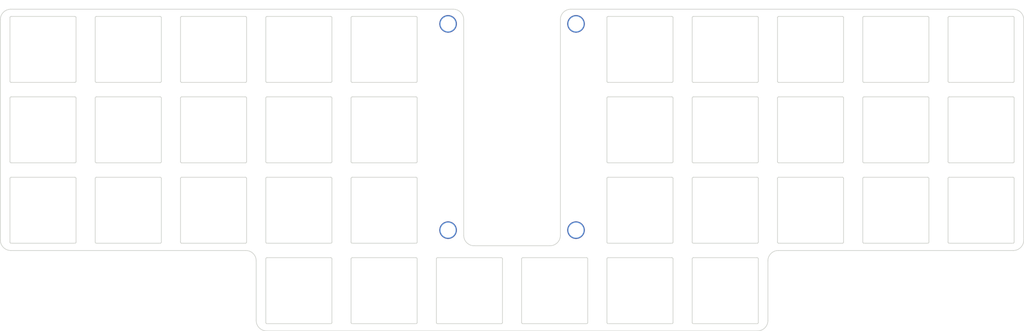
<source format=kicad_pcb>
(kicad_pcb (version 20221018) (generator pcbnew)
  (title_block (title "switchplate/ortho_wings") (rev "v1.0.0") (company "Unknown"))
  (layers (0 "F.Cu" signal) (31 "B.Cu" signal) (34 "B.Paste" user) (35 "F.Paste" user) (36 "B.SilkS" user "B.Silkscreen") (37 "F.SilkS" user "F.Silkscreen") (38 "B.Mask" user) (39 "F.Mask" user) (44 "Edge.Cuts" user))
  (net 0 "")
  (footprint "0-jasonhazel-footprints:MountingHole_2.2mm_M2" (layer "F.Cu") (at 153 -25.5)
    (fp_text reference "H10")
    (fp_text value "MountingHole")
    (pad "" np_thru_hole circle (at 0 0) (size 2.2 2.2) (drill 2.2) (layers "*.Cu" "*.Mask"))
  )
  (footprint "0-jasonhazel-footprints:MountingHole_3.2mm_M3_thinpad" (layer "F.Cu") (at 130.5 -39.4)
    (fp_text reference "H6")
    (fp_text value "MountingHole")
    (pad "1" thru_hole circle (at 0 0) (size 3.7 3.7) (drill 3.2) (layers "*.Cu" "*.Mask"))
  )
  (footprint "0-jasonhazel-footprints:MountingHole_2.2mm_M2" (layer "F.Cu") (at 81 8.5)
    (fp_text reference "H11")
    (fp_text value "MountingHole")
    (pad "" np_thru_hole circle (at 0 0) (size 2.2 2.2) (drill 2.2) (layers "*.Cu" "*.Mask"))
  )
  (footprint "0-jasonhazel-footprints:MountingHole_2.2mm_M2" (layer "F.Cu") (at 81 -25.5)
    (fp_text reference "H9")
    (fp_text value "MountingHole")
    (pad "" np_thru_hole circle (at 0 0) (size 2.2 2.2) (drill 2.2) (layers "*.Cu" "*.Mask"))
  )
  (footprint "0-jasonhazel-footprints:MountingHole_2.2mm_M2" (layer "F.Cu") (at 27 -25.5)
    (fp_text reference "H1")
    (fp_text value "MountingHole")
    (pad "" np_thru_hole circle (at 0 0) (size 2.2 2.2) (drill 2.2) (layers "*.Cu" "*.Mask"))
  )
  (footprint "0-jasonhazel-footprints:MountingHole_2.2mm_M2" (layer "F.Cu") (at 207 -8.5)
    (fp_text reference "H4")
    (fp_text value "MountingHole")
    (pad "" np_thru_hole circle (at 0 0) (size 2.2 2.2) (drill 2.2) (layers "*.Cu" "*.Mask"))
  )
  (footprint "0-jasonhazel-footprints:MountingHole_3.2mm_M3_thinpad" (layer "F.Cu") (at 130.5 4.2)
    (fp_text reference "H8")
    (fp_text value "MountingHole")
    (pad "1" thru_hole circle (at 0 0) (size 3.7 3.7) (drill 3.2) (layers "*.Cu" "*.Mask"))
  )
  (footprint "0-jasonhazel-footprints:MountingHole_3.2mm_M3_thinpad" (layer "F.Cu") (at 103.5 4.2)
    (fp_text reference "H7")
    (fp_text value "MountingHole")
    (pad "1" thru_hole circle (at 0 0) (size 3.7 3.7) (drill 3.2) (layers "*.Cu" "*.Mask"))
  )
  (footprint "0-jasonhazel-footprints:MountingHole_2.2mm_M2" (layer "F.Cu") (at 27 -8.5)
    (fp_text reference "H3")
    (fp_text value "MountingHole")
    (pad "" np_thru_hole circle (at 0 0) (size 2.2 2.2) (drill 2.2) (layers "*.Cu" "*.Mask"))
  )
  (footprint "0-jasonhazel-footprints:MountingHole_2.2mm_M2" (layer "F.Cu") (at 153 8.5)
    (fp_text reference "H12")
    (fp_text value "MountingHole")
    (pad "" np_thru_hole circle (at 0 0) (size 2.2 2.2) (drill 2.2) (layers "*.Cu" "*.Mask"))
  )
  (footprint "0-jasonhazel-footprints:MountingHole_3.2mm_M3_thinpad" (layer "F.Cu") (at 103.5 -39.4)
    (fp_text reference "H5")
    (fp_text value "MountingHole")
    (pad "1" thru_hole circle (at 0 0) (size 3.7 3.7) (drill 3.2) (layers "*.Cu" "*.Mask"))
  )
  (footprint "0-jasonhazel-footprints:MountingHole_2.2mm_M2" (layer "F.Cu") (at 207 -25.5)
    (fp_text reference "H2")
    (fp_text value "MountingHole")
    (pad "" np_thru_hole circle (at 0 0) (size 2.2 2.2) (drill 2.2) (layers "*.Cu" "*.Mask"))
  )
  (gr_line (start 168.725 -40.975) (end 155.275 -40.975) (stroke (width 0.15)) (layer "Edge.Cuts"))
  (gr_arc (start 96.725 -23.975) (mid 96.901777 -23.901777) (end 96.975 -23.725) (stroke (width 0.15)) (layer "Edge.Cuts"))
  (gr_arc (start 209.275 -10.025) (mid 209.098223 -10.098223) (end 209.025 -10.275) (stroke (width 0.15)) (layer "Edge.Cuts"))
  (gr_line (start 60.725 -23.975) (end 47.275 -23.975) (stroke (width 0.15)) (layer "Edge.Cuts"))
  (gr_line (start 29.025 -40.725) (end 29.025 -27.275) (stroke (width 0.15)) (layer "Edge.Cuts"))
  (gr_line (start 137.275 23.975) (end 150.725 23.975) (stroke (width 0.15)) (layer "Edge.Cuts"))
  (gr_arc (start 155.275 6.975) (mid 155.098223 6.901777) (end 155.025 6.725) (stroke (width 0.15)) (layer "Edge.Cuts"))
  (gr_arc (start 127.2 -40.3) (mid 127.844365 -41.855635) (end 129.4 -42.5) (stroke (width 0.15)) (layer "Edge.Cuts"))
  (gr_arc (start 29.275 -10.025) (mid 29.098223 -10.098223) (end 29.025 -10.275) (stroke (width 0.15)) (layer "Edge.Cuts"))
  (gr_line (start 78.975 -10.275) (end 78.975 -23.725) (stroke (width 0.15)) (layer "Edge.Cuts"))
  (gr_arc (start 42.725 -6.975) (mid 42.901777 -6.901777) (end 42.975 -6.725) (stroke (width 0.15)) (layer "Edge.Cuts"))
  (gr_arc (start 191.025 -40.725) (mid 191.098223 -40.901777) (end 191.275 -40.975) (stroke (width 0.15)) (layer "Edge.Cuts"))
  (gr_line (start 186.725 -23.975) (end 173.275 -23.975) (stroke (width 0.15)) (layer "Edge.Cuts"))
  (gr_arc (start 60.975 6.725) (mid 60.901777 6.901777) (end 60.725 6.975) (stroke (width 0.15)) (layer "Edge.Cuts"))
  (gr_line (start 42.725 -6.975) (end 29.275 -6.975) (stroke (width 0.15)) (layer "Edge.Cuts"))
  (gr_arc (start 42.975 -10.275) (mid 42.901777 -10.098223) (end 42.725 -10.025) (stroke (width 0.15)) (layer "Edge.Cuts"))
  (gr_line (start 191.275 -10.025) (end 204.725 -10.025) (stroke (width 0.15)) (layer "Edge.Cuts"))
  (gr_line (start 11.025 -40.725) (end 11.025 -27.275) (stroke (width 0.15)) (layer "Edge.Cuts"))
  (gr_line (start 155.025 10.275) (end 155.025 23.725) (stroke (width 0.15)) (layer "Edge.Cuts"))
  (gr_line (start 222.725 -40.975) (end 209.275 -40.975) (stroke (width 0.15)) (layer "Edge.Cuts"))
  (gr_line (start 186.975 6.725) (end 186.975 -6.725) (stroke (width 0.15)) (layer "Edge.Cuts"))
  (gr_arc (start 78.975 23.725) (mid 78.901777 23.901777) (end 78.725 23.975) (stroke (width 0.15)) (layer "Edge.Cuts"))
  (gr_line (start 186.725 -6.975) (end 173.275 -6.975) (stroke (width 0.15)) (layer "Edge.Cuts"))
  (gr_line (start 78.725 -23.975) (end 65.275 -23.975) (stroke (width 0.15)) (layer "Edge.Cuts"))
  (gr_line (start 168.725 -23.975) (end 155.275 -23.975) (stroke (width 0.15)) (layer "Edge.Cuts"))
  (gr_line (start 209.275 -10.025) (end 222.725 -10.025) (stroke (width 0.15)) (layer "Edge.Cuts"))
  (gr_line (start 204.975 6.725) (end 204.975 -6.725) (stroke (width 0.15)) (layer "Edge.Cuts"))
  (gr_line (start 150.975 6.725) (end 150.975 -6.725) (stroke (width 0.15)) (layer "Edge.Cuts"))
  (gr_line (start 47.025 -6.725) (end 47.025 6.725) (stroke (width 0.15)) (layer "Edge.Cuts"))
  (gr_arc (start 104.6 -42.5) (mid 106.155635 -41.855635) (end 106.8 -40.3) (stroke (width 0.15)) (layer "Edge.Cuts"))
  (gr_arc (start 155.025 -40.725) (mid 155.098223 -40.901777) (end 155.275 -40.975) (stroke (width 0.15)) (layer "Edge.Cuts"))
  (gr_arc (start 24.975 -10.275) (mid 24.901777 -10.098223) (end 24.725 -10.025) (stroke (width 0.15)) (layer "Edge.Cuts"))
  (gr_line (start 155.275 -27.025) (end 168.725 -27.025) (stroke (width 0.15)) (layer "Edge.Cuts"))
  (gr_arc (start 150.725 -40.975) (mid 150.901777 -40.901777) (end 150.975 -40.725) (stroke (width 0.15)) (layer "Edge.Cuts"))
  (gr_arc (start 96.975 -10.275) (mid 96.901777 -10.098223) (end 96.725 -10.025) (stroke (width 0.15)) (layer "Edge.Cuts"))
  (gr_line (start 155.275 6.975) (end 168.725 6.975) (stroke (width 0.15)) (layer "Edge.Cuts"))
  (gr_arc (start 29.025 -6.725) (mid 29.098223 -6.901777) (end 29.275 -6.975) (stroke (width 0.15)) (layer "Edge.Cuts"))
  (gr_arc (start 65.275 23.975) (mid 65.098223 23.901777) (end 65.025 23.725) (stroke (width 0.15)) (layer "Edge.Cuts"))
  (gr_line (start 137.275 6.975) (end 150.725 6.975) (stroke (width 0.15)) (layer "Edge.Cuts"))
  (gr_line (start 78.975 6.725) (end 78.975 -6.725) (stroke (width 0.15)) (layer "Edge.Cuts"))
  (gr_arc (start 137.275 -10.025) (mid 137.098223 -10.098223) (end 137.025 -10.275) (stroke (width 0.15)) (layer "Edge.Cuts"))
  (gr_line (start 96.725 -6.975) (end 83.275 -6.975) (stroke (width 0.15)) (layer "Edge.Cuts"))
  (gr_arc (start 186.975 -10.275) (mid 186.901777 -10.098223) (end 186.725 -10.025) (stroke (width 0.15)) (layer "Edge.Cuts"))
  (gr_line (start 186.725 -40.975) (end 173.275 -40.975) (stroke (width 0.15)) (layer "Edge.Cuts"))
  (gr_line (start 222.8 8.5) (end 173.2 8.5) (stroke (width 0.15)) (layer "Edge.Cuts"))
  (gr_arc (start 137.025 -6.725) (mid 137.098223 -6.901777) (end 137.275 -6.975) (stroke (width 0.15)) (layer "Edge.Cuts"))
  (gr_line (start 209.025 -40.725) (end 209.025 -27.275) (stroke (width 0.15)) (layer "Edge.Cuts"))
  (gr_arc (start 24.725 -40.975) (mid 24.901777 -40.901777) (end 24.975 -40.725) (stroke (width 0.15)) (layer "Edge.Cuts"))
  (gr_line (start 150.975 23.725) (end 150.975 10.275) (stroke (width 0.15)) (layer "Edge.Cuts"))
  (gr_line (start 11.025 -6.725) (end 11.025 6.725) (stroke (width 0.15)) (layer "Edge.Cuts"))
  (gr_arc (start 65.275 6.975) (mid 65.098223 6.901777) (end 65.025 6.725) (stroke (width 0.15)) (layer "Edge.Cuts"))
  (gr_line (start 204.725 -23.975) (end 191.275 -23.975) (stroke (width 0.15)) (layer "Edge.Cuts"))
  (gr_arc (start 222.975 -10.275) (mid 222.901777 -10.098223) (end 222.725 -10.025) (stroke (width 0.15)) (layer "Edge.Cuts"))
  (gr_arc (start 83.275 23.975) (mid 83.098223 23.901777) (end 83.025 23.725) (stroke (width 0.15)) (layer "Edge.Cuts"))
  (gr_arc (start 209.275 -27.025) (mid 209.098223 -27.098223) (end 209.025 -27.275) (stroke (width 0.15)) (layer "Edge.Cuts"))
  (gr_arc (start 222.725 -40.975) (mid 222.901777 -40.901777) (end 222.975 -40.725) (stroke (width 0.15)) (layer "Edge.Cuts"))
  (gr_arc (start 83.275 -27.025) (mid 83.098223 -27.098223) (end 83.025 -27.275) (stroke (width 0.15)) (layer "Edge.Cuts"))
  (gr_arc (start 11.275 6.975) (mid 11.098223 6.901777) (end 11.025 6.725) (stroke (width 0.15)) (layer "Edge.Cuts"))
  (gr_arc (start 60.725 -40.975) (mid 60.901777 -40.901777) (end 60.975 -40.725) (stroke (width 0.15)) (layer "Edge.Cuts"))
  (gr_arc (start 78.975 -27.275) (mid 78.901777 -27.098223) (end 78.725 -27.025) (stroke (width 0.15)) (layer "Edge.Cuts"))
  (gr_line (start 9 6.3) (end 9 -40.3) (stroke (width 0.15)) (layer "Edge.Cuts"))
  (gr_arc (start 155.025 10.275) (mid 155.098223 10.098223) (end 155.275 10.025) (stroke (width 0.15)) (layer "Edge.Cuts"))
  (gr_line (start 47.275 -27.025) (end 60.725 -27.025) (stroke (width 0.15)) (layer "Edge.Cuts"))
  (gr_line (start 150.725 10.025) (end 137.275 10.025) (stroke (width 0.15)) (layer "Edge.Cuts"))
  (gr_arc (start 204.725 -23.975) (mid 204.901777 -23.901777) (end 204.975 -23.725) (stroke (width 0.15)) (layer "Edge.Cuts"))
  (gr_line (start 65.025 -6.725) (end 65.025 6.725) (stroke (width 0.15)) (layer "Edge.Cuts"))
  (gr_arc (start 119.275 23.975) (mid 119.098223 23.901777) (end 119.025 23.725) (stroke (width 0.15)) (layer "Edge.Cuts"))
  (gr_arc (start 204.725 -6.975) (mid 204.901777 -6.901777) (end 204.975 -6.725) (stroke (width 0.15)) (layer "Edge.Cuts"))
  (gr_arc (start 47.025 -6.725) (mid 47.098223 -6.901777) (end 47.275 -6.975) (stroke (width 0.15)) (layer "Edge.Cuts"))
  (gr_arc (start 119.025 10.275) (mid 119.098223 10.098223) (end 119.275 10.025) (stroke (width 0.15)) (layer "Edge.Cuts"))
  (gr_arc (start 173.025 -40.725) (mid 173.098223 -40.901777) (end 173.275 -40.975) (stroke (width 0.15)) (layer "Edge.Cuts"))
  (gr_arc (start 191.275 6.975) (mid 191.098223 6.901777) (end 191.025 6.725) (stroke (width 0.15)) (layer "Edge.Cuts"))
  (gr_line (start 42.725 -23.975) (end 29.275 -23.975) (stroke (width 0.15)) (layer "Edge.Cuts"))
  (gr_arc (start 78.975 -10.275) (mid 78.901777 -10.098223) (end 78.725 -10.025) (stroke (width 0.15)) (layer "Edge.Cuts"))
  (gr_arc (start 186.975 6.725) (mid 186.901777 6.901777) (end 186.725 6.975) (stroke (width 0.15)) (layer "Edge.Cuts"))
  (gr_line (start 47.025 -23.725) (end 47.025 -10.275) (stroke (width 0.15)) (layer "Edge.Cuts"))
  (gr_line (start 127.2 -40.3) (end 127.2 5.3) (stroke (width 0.15)) (layer "Edge.Cuts"))
  (gr_line (start 173.025 -40.725) (end 173.025 -27.275) (stroke (width 0.15)) (layer "Edge.Cuts"))
  (gr_arc (start 29.275 -27.025) (mid 29.098223 -27.098223) (end 29.025 -27.275) (stroke (width 0.15)) (layer "Edge.Cuts"))
  (gr_line (start 83.275 -27.025) (end 96.725 -27.025) (stroke (width 0.15)) (layer "Edge.Cuts"))
  (gr_arc (start 132.725 10.025) (mid 132.901777 10.098223) (end 132.975 10.275) (stroke (width 0.15)) (layer "Edge.Cuts"))
  (gr_line (start 114.975 23.725) (end 114.975 10.275) (stroke (width 0.15)) (layer "Edge.Cuts"))
  (gr_line (start 83.275 6.975) (end 96.725 6.975) (stroke (width 0.15)) (layer "Edge.Cuts"))
  (gr_line (start 132.725 10.025) (end 119.275 10.025) (stroke (width 0.15)) (layer "Edge.Cuts"))
  (gr_line (start 168.725 -6.975) (end 155.275 -6.975) (stroke (width 0.15)) (layer "Edge.Cuts"))
  (gr_line (start 191.275 6.975) (end 204.725 6.975) (stroke (width 0.15)) (layer "Edge.Cuts"))
  (gr_line (start 96.725 -40.975) (end 83.275 -40.975) (stroke (width 0.15)) (layer "Edge.Cuts"))
  (gr_arc (start 168.975 23.725) (mid 168.901777 23.901777) (end 168.725 23.975) (stroke (width 0.15)) (layer "Edge.Cuts"))
  (gr_arc (start 150.975 6.725) (mid 150.901777 6.901777) (end 150.725 6.975) (stroke (width 0.15)) (layer "Edge.Cuts"))
  (gr_line (start 101.025 10.275) (end 101.025 23.725) (stroke (width 0.15)) (layer "Edge.Cuts"))
  (gr_arc (start 114.725 10.025) (mid 114.901777 10.098223) (end 114.975 10.275) (stroke (width 0.15)) (layer "Edge.Cuts"))
  (gr_line (start 168.725 10.025) (end 155.275 10.025) (stroke (width 0.15)) (layer "Edge.Cuts"))
  (gr_line (start 96.975 6.725) (end 96.975 -6.725) (stroke (width 0.15)) (layer "Edge.Cuts"))
  (gr_arc (start 96.725 10.025) (mid 96.901777 10.098223) (end 96.975 10.275) (stroke (width 0.15)) (layer "Edge.Cuts"))
  (gr_arc (start 47.025 -40.725) (mid 47.098223 -40.901777) (end 47.275 -40.975) (stroke (width 0.15)) (layer "Edge.Cuts"))
  (gr_arc (start 24.725 -6.975) (mid 24.901777 -6.901777) (end 24.975 -6.725) (stroke (width 0.15)) (layer "Edge.Cuts"))
  (gr_line (start 173.025 -6.725) (end 173.025 6.725) (stroke (width 0.15)) (layer "Edge.Cuts"))
  (gr_arc (start 171 23.3) (mid 170.355635 24.855635) (end 168.8 25.5) (stroke (width 0.15)) (layer "Edge.Cuts"))
  (gr_line (start 129.4 -42.5) (end 222.8 -42.5) (stroke (width 0.15)) (layer "Edge.Cuts"))
  (gr_line (start 137.025 -23.725) (end 137.025 -10.275) (stroke (width 0.15)) (layer "Edge.Cuts"))
  (gr_arc (start 11.025 -23.725) (mid 11.098223 -23.901777) (end 11.275 -23.975) (stroke (width 0.15)) (layer "Edge.Cuts"))
  (gr_line (start 42.725 -40.975) (end 29.275 -40.975) (stroke (width 0.15)) (layer "Edge.Cuts"))
  (gr_arc (start 47.025 -23.725) (mid 47.098223 -23.901777) (end 47.275 -23.975) (stroke (width 0.15)) (layer "Edge.Cuts"))
  (gr_arc (start 47.275 6.975) (mid 47.098223 6.901777) (end 47.025 6.725) (stroke (width 0.15)) (layer "Edge.Cuts"))
  (gr_line (start 137.025 -6.725) (end 137.025 6.725) (stroke (width 0.15)) (layer "Edge.Cuts"))
  (gr_line (start 11.275 6.975) (end 24.725 6.975) (stroke (width 0.15)) (layer "Edge.Cuts"))
  (gr_arc (start 24.975 6.725) (mid 24.901777 6.901777) (end 24.725 6.975) (stroke (width 0.15)) (layer "Edge.Cuts"))
  (gr_line (start 42.975 6.725) (end 42.975 -6.725) (stroke (width 0.15)) (layer "Edge.Cuts"))
  (gr_arc (start 83.025 -6.725) (mid 83.098223 -6.901777) (end 83.275 -6.975) (stroke (width 0.15)) (layer "Edge.Cuts"))
  (gr_line (start 65.275 -27.025) (end 78.725 -27.025) (stroke (width 0.15)) (layer "Edge.Cuts"))
  (gr_line (start 209.275 -27.025) (end 222.725 -27.025) (stroke (width 0.15)) (layer "Edge.Cuts"))
  (gr_arc (start 65.025 -40.725) (mid 65.098223 -40.901777) (end 65.275 -40.975) (stroke (width 0.15)) (layer "Edge.Cuts"))
  (gr_arc (start 60.975 -27.275) (mid 60.901777 -27.098223) (end 60.725 -27.025) (stroke (width 0.15)) (layer "Edge.Cuts"))
  (gr_arc (start 114.975 23.725) (mid 114.901777 23.901777) (end 114.725 23.975) (stroke (width 0.15)) (layer "Edge.Cuts"))
  (gr_arc (start 173.275 6.975) (mid 173.098223 6.901777) (end 173.025 6.725) (stroke (width 0.15)) (layer "Edge.Cuts"))
  (gr_line (start 47.025 -40.725) (end 47.025 -27.275) (stroke (width 0.15)) (layer "Edge.Cuts"))
  (gr_line (start 60.975 -27.275) (end 60.975 -40.725) (stroke (width 0.15)) (layer "Edge.Cuts"))
  (gr_arc (start 78.725 -6.975) (mid 78.901777 -6.901777) (end 78.975 -6.725) (stroke (width 0.15)) (layer "Edge.Cuts"))
  (gr_line (start 222.725 -6.975) (end 209.275 -6.975) (stroke (width 0.15)) (layer "Edge.Cuts"))
  (gr_line (start 78.975 -27.275) (end 78.975 -40.725) (stroke (width 0.15)) (layer "Edge.Cuts"))
  (gr_arc (start 222.8 -42.5) (mid 224.355635 -41.855635) (end 225 -40.3) (stroke (width 0.15)) (layer "Edge.Cuts"))
  (gr_line (start 204.975 -10.275) (end 204.975 -23.725) (stroke (width 0.15)) (layer "Edge.Cuts"))
  (gr_line (start 83.025 -23.725) (end 83.025 -10.275) (stroke (width 0.15)) (layer "Edge.Cuts"))
  (gr_arc (start 96.975 23.725) (mid 96.901777 23.901777) (end 96.725 23.975) (stroke (width 0.15)) (layer "Edge.Cuts"))
  (gr_arc (start 168.725 -40.975) (mid 168.901777 -40.901777) (end 168.975 -40.725) (stroke (width 0.15)) (layer "Edge.Cuts"))
  (gr_arc (start 65.025 -23.725) (mid 65.098223 -23.901777) (end 65.275 -23.975) (stroke (width 0.15)) (layer "Edge.Cuts"))
  (gr_arc (start 42.975 6.725) (mid 42.901777 6.901777) (end 42.725 6.975) (stroke (width 0.15)) (layer "Edge.Cuts"))
  (gr_arc (start 65.025 10.275) (mid 65.098223 10.098223) (end 65.275 10.025) (stroke (width 0.15)) (layer "Edge.Cuts"))
  (gr_arc (start 96.725 -6.975) (mid 96.901777 -6.901777) (end 96.975 -6.725) (stroke (width 0.15)) (layer "Edge.Cuts"))
  (gr_arc (start 11.025 -6.725) (mid 11.098223 -6.901777) (end 11.275 -6.975) (stroke (width 0.15)) (layer "Edge.Cuts"))
  (gr_line (start 150.975 -27.275) (end 150.975 -40.725) (stroke (width 0.15)) (layer "Edge.Cuts"))
  (gr_line (start 132.975 23.725) (end 132.975 10.275) (stroke (width 0.15)) (layer "Edge.Cuts"))
  (gr_arc (start 60.725 -23.975) (mid 60.901777 -23.901777) (end 60.975 -23.725) (stroke (width 0.15)) (layer "Edge.Cuts"))
  (gr_arc (start 155.275 -27.025) (mid 155.098223 -27.098223) (end 155.025 -27.275) (stroke (width 0.15)) (layer "Edge.Cuts"))
  (gr_line (start 78.725 10.025) (end 65.275 10.025) (stroke (width 0.15)) (layer "Edge.Cuts"))
  (gr_line (start 60.975 6.725) (end 60.975 -6.725) (stroke (width 0.15)) (layer "Edge.Cuts"))
  (gr_arc (start 83.025 -40.725) (mid 83.098223 -40.901777) (end 83.275 -40.975) (stroke (width 0.15)) (layer "Edge.Cuts"))
  (gr_line (start 24.725 -23.975) (end 11.275 -23.975) (stroke (width 0.15)) (layer "Edge.Cuts"))
  (gr_arc (start 209.025 -6.725) (mid 209.098223 -6.901777) (end 209.275 -6.975) (stroke (width 0.15)) (layer "Edge.Cuts"))
  (gr_line (start 125 7.5) (end 109 7.5) (stroke (width 0.15)) (layer "Edge.Cuts"))
  (gr_arc (start 155.025 -23.725) (mid 155.098223 -23.901777) (end 155.275 -23.975) (stroke (width 0.15)) (layer "Edge.Cuts"))
  (gr_line (start 96.975 -27.275) (end 96.975 -40.725) (stroke (width 0.15)) (layer "Edge.Cuts"))
  (gr_arc (start 29.025 -40.725) (mid 29.098223 -40.901777) (end 29.275 -40.975) (stroke (width 0.15)) (layer "Edge.Cuts"))
  (gr_line (start 173.275 -27.025) (end 186.725 -27.025) (stroke (width 0.15)) (layer "Edge.Cuts"))
  (gr_line (start 191.025 -23.725) (end 191.025 -10.275) (stroke (width 0.15)) (layer "Edge.Cuts"))
  (gr_arc (start 42.975 -27.275) (mid 42.901777 -27.098223) (end 42.725 -27.025) (stroke (width 0.15)) (layer "Edge.Cuts"))
  (gr_arc (start 137.275 6.975) (mid 137.098223 6.901777) (end 137.025 6.725) (stroke (width 0.15)) (layer "Edge.Cuts"))
  (gr_line (start 11.2 -42.5) (end 104.6 -42.5) (stroke (width 0.15)) (layer "Edge.Cuts"))
  (gr_line (start 150.975 -10.275) (end 150.975 -23.725) (stroke (width 0.15)) (layer "Edge.Cuts"))
  (gr_arc (start 155.025 -6.725) (mid 155.098223 -6.901777) (end 155.275 -6.975) (stroke (width 0.15)) (layer "Edge.Cuts"))
  (gr_line (start 29.025 -23.725) (end 29.025 -10.275) (stroke (width 0.15)) (layer "Edge.Cuts"))
  (gr_line (start 168.975 6.725) (end 168.975 -6.725) (stroke (width 0.15)) (layer "Edge.Cuts"))
  (gr_line (start 191.025 -40.725) (end 191.025 -27.275) (stroke (width 0.15)) (layer "Edge.Cuts"))
  (gr_line (start 106.8 5.3) (end 106.8 -40.3) (stroke (width 0.15)) (layer "Edge.Cuts"))
  (gr_arc (start 186.725 -40.975) (mid 186.901777 -40.901777) (end 186.975 -40.725) (stroke (width 0.15)) (layer "Edge.Cuts"))
  (gr_arc (start 222.975 6.725) (mid 222.901777 6.901777) (end 222.725 6.975) (stroke (width 0.15)) (layer "Edge.Cuts"))
  (gr_line (start 155.275 23.975) (end 168.725 23.975) (stroke (width 0.15)) (layer "Edge.Cuts"))
  (gr_arc (start 155.275 23.975) (mid 155.098223 23.901777) (end 155.025 23.725) (stroke (width 0.15)) (layer "Edge.Cuts"))
  (gr_line (start 119.025 10.275) (end 119.025 23.725) (stroke (width 0.15)) (layer "Edge.Cuts"))
  (gr_arc (start 47.275 -10.025) (mid 47.098223 -10.098223) (end 47.025 -10.275) (stroke (width 0.15)) (layer "Edge.Cuts"))
  (gr_line (start 204.975 -27.275) (end 204.975 -40.725) (stroke (width 0.15)) (layer "Edge.Cuts"))
  (gr_line (start 83.025 -40.725) (end 83.025 -27.275) (stroke (width 0.15)) (layer "Edge.Cuts"))
  (gr_line (start 173.275 -10.025) (end 186.725 -10.025) (stroke (width 0.15)) (layer "Edge.Cuts"))
  (gr_arc (start 173.025 -6.725) (mid 173.098223 -6.901777) (end 173.275 -6.975) (stroke (width 0.15)) (layer "Edge.Cuts"))
  (gr_line (start 222.975 6.725) (end 222.975 -6.725) (stroke (width 0.15)) (layer "Edge.Cuts"))
  (gr_arc (start 173.275 -27.025) (mid 173.098223 -27.098223) (end 173.025 -27.275) (stroke (width 0.15)) (layer "Edge.Cuts"))
  (gr_line (start 137.025 10.275) (end 137.025 23.725) (stroke (width 0.15)) (layer "Edge.Cuts"))
  (gr_line (start 60.725 -40.975) (end 47.275 -40.975) (stroke (width 0.15)) (layer "Edge.Cuts"))
  (gr_arc (start 24.975 -27.275) (mid 24.901777 -27.098223) (end 24.725 -27.025) (stroke (width 0.15)) (layer "Edge.Cuts"))
  (gr_line (start 204.725 -40.975) (end 191.275 -40.975) (stroke (width 0.15)) (layer "Edge.Cuts"))
  (gr_arc (start 137.275 -27.025) (mid 137.098223 -27.098223) (end 137.025 -27.275) (stroke (width 0.15)) (layer "Edge.Cuts"))
  (gr_line (start 96.725 -23.975) (end 83.275 -23.975) (stroke (width 0.15)) (layer "Edge.Cuts"))
  (gr_line (start 119.275 23.975) (end 132.725 23.975) (stroke (width 0.15)) (layer "Edge.Cuts"))
  (gr_arc (start 150.725 -6.975) (mid 150.901777 -6.901777) (end 150.975 -6.725) (stroke (width 0.15)) (layer "Edge.Cuts"))
  (gr_arc (start 186.975 -27.275) (mid 186.901777 -27.098223) (end 186.725 -27.025) (stroke (width 0.15)) (layer "Edge.Cuts"))
  (gr_line (start 65.025 -23.725) (end 65.025 -10.275) (stroke (width 0.15)) (layer "Edge.Cuts"))
  (gr_line (start 168.975 23.725) (end 168.975 10.275) (stroke (width 0.15)) (layer "Edge.Cuts"))
  (gr_line (start 65.275 23.975) (end 78.725 23.975) (stroke (width 0.15)) (layer "Edge.Cuts"))
  (gr_arc (start 191.275 -27.025) (mid 191.098223 -27.098223) (end 191.025 -27.275) (stroke (width 0.15)) (layer "Edge.Cuts"))
  (gr_line (start 168.8 25.5) (end 65.2 25.5) (stroke (width 0.15)) (layer "Edge.Cuts"))
  (gr_line (start 65.275 -10.025) (end 78.725 -10.025) (stroke (width 0.15)) (layer "Edge.Cuts"))
  (gr_arc (start 78.725 10.025) (mid 78.901777 10.098223) (end 78.975 10.275) (stroke (width 0.15)) (layer "Edge.Cuts"))
  (gr_arc (start 65.025 -6.725) (mid 65.098223 -6.901777) (end 65.275 -6.975) (stroke (width 0.15)) (layer "Edge.Cuts"))
  (gr_arc (start 209.025 -40.725) (mid 209.098223 -40.901777) (end 209.275 -40.975) (stroke (width 0.15)) (layer "Edge.Cuts"))
  (gr_arc (start 29.025 -23.725) (mid 29.098223 -23.901777) (end 29.275 -23.975) (stroke (width 0.15)) (layer "Edge.Cuts"))
  (gr_arc (start 137.025 -23.725) (mid 137.098223 -23.901777) (end 137.275 -23.975) (stroke (width 0.15)) (layer "Edge.Cuts"))
  (gr_arc (start 155.275 -10.025) (mid 155.098223 -10.098223) (end 155.025 -10.275) (stroke (width 0.15)) (layer "Edge.Cuts"))
  (gr_line (start 60.8 8.5) (end 11.2 8.5) (stroke (width 0.15)) (layer "Edge.Cuts"))
  (gr_line (start 83.275 23.975) (end 96.725 23.975) (stroke (width 0.15)) (layer "Edge.Cuts"))
  (gr_line (start 137.275 -27.025) (end 150.725 -27.025) (stroke (width 0.15)) (layer "Edge.Cuts"))
  (gr_line (start 225 -40.3) (end 225 6.3) (stroke (width 0.15)) (layer "Edge.Cuts"))
  (gr_line (start 83.025 10.275) (end 83.025 23.725) (stroke (width 0.15)) (layer "Edge.Cuts"))
  (gr_line (start 222.975 -10.275) (end 222.975 -23.725) (stroke (width 0.15)) (layer "Edge.Cuts"))
  (gr_arc (start 222.975 -27.275) (mid 222.901777 -27.098223) (end 222.725 -27.025) (stroke (width 0.15)) (layer "Edge.Cuts"))
  (gr_line (start 65.025 10.275) (end 65.025 23.725) (stroke (width 0.15)) (layer "Edge.Cuts"))
  (gr_line (start 24.725 -40.975) (end 11.275 -40.975) (stroke (width 0.15)) (layer "Edge.Cuts"))
  (gr_arc (start 150.975 23.725) (mid 150.901777 23.901777) (end 150.725 23.975) (stroke (width 0.15)) (layer "Edge.Cuts"))
  (gr_line (start 24.975 6.725) (end 24.975 -6.725) (stroke (width 0.15)) (layer "Edge.Cuts"))
  (gr_arc (start 168.725 -23.975) (mid 168.901777 -23.901777) (end 168.975 -23.725) (stroke (width 0.15)) (layer "Edge.Cuts"))
  (gr_line (start 11.275 -27.025) (end 24.725 -27.025) (stroke (width 0.15)) (layer "Edge.Cuts"))
  (gr_line (start 11.025 -23.725) (end 11.025 -10.275) (stroke (width 0.15)) (layer "Edge.Cuts"))
  (gr_arc (start 137.025 10.275) (mid 137.098223 10.098223) (end 137.275 10.025) (stroke (width 0.15)) (layer "Edge.Cuts"))
  (gr_line (start 29.275 6.975) (end 42.725 6.975) (stroke (width 0.15)) (layer "Edge.Cuts"))
  (gr_arc (start 191.025 -23.725) (mid 191.098223 -23.901777) (end 191.275 -23.975) (stroke (width 0.15)) (layer "Edge.Cuts"))
  (gr_line (start 155.025 -6.725) (end 155.025 6.725) (stroke (width 0.15)) (layer "Edge.Cuts"))
  (gr_arc (start 222.725 -6.975) (mid 222.901777 -6.901777) (end 222.975 -6.725) (stroke (width 0.15)) (layer "Edge.Cuts"))
  (gr_line (start 96.975 -10.275) (end 96.975 -23.725) (stroke (width 0.15)) (layer "Edge.Cuts"))
  (gr_line (start 222.975 -27.275) (end 222.975 -40.725) (stroke (width 0.15)) (layer "Edge.Cuts"))
  (gr_arc (start 42.725 -23.975) (mid 42.901777 -23.901777) (end 42.975 -23.725) (stroke (width 0.15)) (layer "Edge.Cuts"))
  (gr_arc (start 60.975 -10.275) (mid 60.901777 -10.098223) (end 60.725 -10.025) (stroke (width 0.15)) (layer "Edge.Cuts"))
  (gr_arc (start 42.725 -40.975) (mid 42.901777 -40.901777) (end 42.975 -40.725) (stroke (width 0.15)) (layer "Edge.Cuts"))
  (gr_line (start 186.975 -27.275) (end 186.975 -40.725) (stroke (width 0.15)) (layer "Edge.Cuts"))
  (gr_arc (start 11.275 -10.025) (mid 11.098223 -10.098223) (end 11.025 -10.275) (stroke (width 0.15)) (layer "Edge.Cuts"))
  (gr_line (start 47.275 -10.025) (end 60.725 -10.025) (stroke (width 0.15)) (layer "Edge.Cuts"))
  (gr_line (start 137.025 -40.725) (end 137.025 -27.275) (stroke (width 0.15)) (layer "Edge.Cuts"))
  (gr_line (start 191.275 -27.025) (end 204.725 -27.025) (stroke (width 0.15)) (layer "Edge.Cuts"))
  (gr_arc (start 101.025 10.275) (mid 101.098223 10.098223) (end 101.275 10.025) (stroke (width 0.15)) (layer "Edge.Cuts"))
  (gr_line (start 155.275 -10.025) (end 168.725 -10.025) (stroke (width 0.15)) (layer "Edge.Cuts"))
  (gr_line (start 29.275 -10.025) (end 42.725 -10.025) (stroke (width 0.15)) (layer "Edge.Cuts"))
  (gr_line (start 60.975 -10.275) (end 60.975 -23.725) (stroke (width 0.15)) (layer "Edge.Cuts"))
  (gr_arc (start 65.275 -10.025) (mid 65.098223 -10.098223) (end 65.025 -10.275) (stroke (width 0.15)) (layer "Edge.Cuts"))
  (gr_line (start 65.275 6.975) (end 78.725 6.975) (stroke (width 0.15)) (layer "Edge.Cuts"))
  (gr_arc (start 209.025 -23.725) (mid 209.098223 -23.901777) (end 209.275 -23.975) (stroke (width 0.15)) (layer "Edge.Cuts"))
  (gr_arc (start 83.275 -10.025) (mid 83.098223 -10.098223) (end 83.025 -10.275) (stroke (width 0.15)) (layer "Edge.Cuts"))
  (gr_arc (start 60.725 -6.975) (mid 60.901777 -6.901777) (end 60.975 -6.725) (stroke (width 0.15)) (layer "Edge.Cuts"))
  (gr_line (start 29.025 -6.725) (end 29.025 6.725) (stroke (width 0.15)) (layer "Edge.Cuts"))
  (gr_arc (start 109 7.5) (mid 107.444365 6.855635) (end 106.8 5.3) (stroke (width 0.15)) (layer "Edge.Cuts"))
  (gr_line (start 42.975 -10.275) (end 42.975 -23.725) (stroke (width 0.15)) (layer "Edge.Cuts"))
  (gr_arc (start 11.275 -27.025) (mid 11.098223 -27.098223) (end 11.025 -27.275) (stroke (width 0.15)) (layer "Edge.Cuts"))
  (gr_arc (start 96.725 -40.975) (mid 96.901777 -40.901777) (end 96.975 -40.725) (stroke (width 0.15)) (layer "Edge.Cuts"))
  (gr_arc (start 168.975 -27.275) (mid 168.901777 -27.098223) (end 168.725 -27.025) (stroke (width 0.15)) (layer "Edge.Cuts"))
  (gr_arc (start 150.975 -10.275) (mid 150.901777 -10.098223) (end 150.725 -10.025) (stroke (width 0.15)) (layer "Edge.Cuts"))
  (gr_line (start 24.975 -10.275) (end 24.975 -23.725) (stroke (width 0.15)) (layer "Edge.Cuts"))
  (gr_arc (start 225 6.3) (mid 224.355635 7.855635) (end 222.8 8.5) (stroke (width 0.15)) (layer "Edge.Cuts"))
  (gr_arc (start 204.975 -10.275) (mid 204.901777 -10.098223) (end 204.725 -10.025) (stroke (width 0.15)) (layer "Edge.Cuts"))
  (gr_arc (start 191.025 -6.725) (mid 191.098223 -6.901777) (end 191.275 -6.975) (stroke (width 0.15)) (layer "Edge.Cuts"))
  (gr_arc (start 150.725 10.025) (mid 150.901777 10.098223) (end 150.975 10.275) (stroke (width 0.15)) (layer "Edge.Cuts"))
  (gr_line (start 173.275 6.975) (end 186.725 6.975) (stroke (width 0.15)) (layer "Edge.Cuts"))
  (gr_line (start 101.275 23.975) (end 114.725 23.975) (stroke (width 0.15)) (layer "Edge.Cuts"))
  (gr_arc (start 150.975 -27.275) (mid 150.901777 -27.098223) (end 150.725 -27.025) (stroke (width 0.15)) (layer "Edge.Cuts"))
  (gr_line (start 209.025 -6.725) (end 209.025 6.725) (stroke (width 0.15)) (layer "Edge.Cuts"))
  (gr_line (start 60.725 -6.975) (end 47.275 -6.975) (stroke (width 0.15)) (layer "Edge.Cuts"))
  (gr_arc (start 78.975 6.725) (mid 78.901777 6.901777) (end 78.725 6.975) (stroke (width 0.15)) (layer "Edge.Cuts"))
  (gr_arc (start 24.725 -23.975) (mid 24.901777 -23.901777) (end 24.975 -23.725) (stroke (width 0.15)) (layer "Edge.Cuts"))
  (gr_line (start 204.725 -6.975) (end 191.275 -6.975) (stroke (width 0.15)) (layer "Edge.Cuts"))
  (gr_line (start 171 10.7) (end 171 23.3) (stroke (width 0.15)) (layer "Edge.Cuts"))
  (gr_line (start 42.975 -27.275) (end 42.975 -40.725) (stroke (width 0.15)) (layer "Edge.Cuts"))
  (gr_arc (start 132.975 23.725) (mid 132.901777 23.901777) (end 132.725 23.975) (stroke (width 0.15)) (layer "Edge.Cuts"))
  (gr_line (start 78.725 -40.975) (end 65.275 -40.975) (stroke (width 0.15)) (layer "Edge.Cuts"))
  (gr_line (start 83.275 -10.025) (end 96.725 -10.025) (stroke (width 0.15)) (layer "Edge.Cuts"))
  (gr_arc (start 150.725 -23.975) (mid 150.901777 -23.901777) (end 150.975 -23.725) (stroke (width 0.15)) (layer "Edge.Cuts"))
  (gr_arc (start 137.275 23.975) (mid 137.098223 23.901777) (end 137.025 23.725) (stroke (width 0.15)) (layer "Edge.Cuts"))
  (gr_arc (start 186.725 -23.975) (mid 186.901777 -23.901777) (end 186.975 -23.725) (stroke (width 0.15)) (layer "Edge.Cuts"))
  (gr_line (start 114.725 10.025) (end 101.275 10.025) (stroke (width 0.15)) (layer "Edge.Cuts"))
  (gr_arc (start 171 10.7) (mid 171.644365 9.144365) (end 173.2 8.5) (stroke (width 0.15)) (layer "Edge.Cuts"))
  (gr_arc (start 173.275 -10.025) (mid 173.098223 -10.098223) (end 173.025 -10.275) (stroke (width 0.15)) (layer "Edge.Cuts"))
  (gr_line (start 78.975 23.725) (end 78.975 10.275) (stroke (width 0.15)) (layer "Edge.Cuts"))
  (gr_line (start 24.725 -6.975) (end 11.275 -6.975) (stroke (width 0.15)) (layer "Edge.Cuts"))
  (gr_line (start 29.275 -27.025) (end 42.725 -27.025) (stroke (width 0.15)) (layer "Edge.Cuts"))
  (gr_arc (start 78.725 -40.975) (mid 78.901777 -40.901777) (end 78.975 -40.725) (stroke (width 0.15)) (layer "Edge.Cuts"))
  (gr_arc (start 168.725 -6.975) (mid 168.901777 -6.901777) (end 168.975 -6.725) (stroke (width 0.15)) (layer "Edge.Cuts"))
  (gr_arc (start 204.975 -27.275) (mid 204.901777 -27.098223) (end 204.725 -27.025) (stroke (width 0.15)) (layer "Edge.Cuts"))
  (gr_line (start 63 23.3) (end 63 10.7) (stroke (width 0.15)) (layer "Edge.Cuts"))
  (gr_arc (start 209.275 6.975) (mid 209.098223 6.901777) (end 209.025 6.725) (stroke (width 0.15)) (layer "Edge.Cuts"))
  (gr_arc (start 222.725 -23.975) (mid 222.901777 -23.901777) (end 222.975 -23.725) (stroke (width 0.15)) (layer "Edge.Cuts"))
  (gr_line (start 150.725 -23.975) (end 137.275 -23.975) (stroke (width 0.15)) (layer "Edge.Cuts"))
  (gr_arc (start 204.975 6.725) (mid 204.901777 6.901777) (end 204.725 6.975) (stroke (width 0.15)) (layer "Edge.Cuts"))
  (gr_line (start 65.025 -40.725) (end 65.025 -27.275) (stroke (width 0.15)) (layer "Edge.Cuts"))
  (gr_line (start 96.975 23.725) (end 96.975 10.275) (stroke (width 0.15)) (layer "Edge.Cuts"))
  (gr_arc (start 29.275 6.975) (mid 29.098223 6.901777) (end 29.025 6.725) (stroke (width 0.15)) (layer "Edge.Cuts"))
  (gr_line (start 96.725 10.025) (end 83.275 10.025) (stroke (width 0.15)) (layer "Edge.Cuts"))
  (gr_arc (start 65.2 25.5) (mid 63.644365 24.855635) (end 63 23.3) (stroke (width 0.15)) (layer "Edge.Cuts"))
  (gr_line (start 209.275 6.975) (end 222.725 6.975) (stroke (width 0.15)) (layer "Edge.Cuts"))
  (gr_line (start 11.275 -10.025) (end 24.725 -10.025) (stroke (width 0.15)) (layer "Edge.Cuts"))
  (gr_line (start 173.025 -23.725) (end 173.025 -10.275) (stroke (width 0.15)) (layer "Edge.Cuts"))
  (gr_arc (start 65.275 -27.025) (mid 65.098223 -27.098223) (end 65.025 -27.275) (stroke (width 0.15)) (layer "Edge.Cuts"))
  (gr_arc (start 83.275 6.975) (mid 83.098223 6.901777) (end 83.025 6.725) (stroke (width 0.15)) (layer "Edge.Cuts"))
  (gr_arc (start 60.8 8.5) (mid 62.355635 9.144365) (end 63 10.7) (stroke (width 0.15)) (layer "Edge.Cuts"))
  (gr_arc (start 96.975 -27.275) (mid 96.901777 -27.098223) (end 96.725 -27.025) (stroke (width 0.15)) (layer "Edge.Cuts"))
  (gr_arc (start 9 -40.3) (mid 9.644365 -41.855635) (end 11.2 -42.5) (stroke (width 0.15)) (layer "Edge.Cuts"))
  (gr_arc (start 173.025 -23.725) (mid 173.098223 -23.901777) (end 173.275 -23.975) (stroke (width 0.15)) (layer "Edge.Cuts"))
  (gr_arc (start 11.2 8.5) (mid 9.644365 7.855635) (end 9 6.3) (stroke (width 0.15)) (layer "Edge.Cuts"))
  (gr_line (start 150.725 -40.975) (end 137.275 -40.975) (stroke (width 0.15)) (layer "Edge.Cuts"))
  (gr_line (start 168.975 -27.275) (end 168.975 -40.725) (stroke (width 0.15)) (layer "Edge.Cuts"))
  (gr_arc (start 168.975 -10.275) (mid 168.901777 -10.098223) (end 168.725 -10.025) (stroke (width 0.15)) (layer "Edge.Cuts"))
  (gr_line (start 209.025 -23.725) (end 209.025 -10.275) (stroke (width 0.15)) (layer "Edge.Cuts"))
  (gr_arc (start 168.725 10.025) (mid 168.901777 10.098223) (end 168.975 10.275) (stroke (width 0.15)) (layer "Edge.Cuts"))
  (gr_line (start 137.275 -10.025) (end 150.725 -10.025) (stroke (width 0.15)) (layer "Edge.Cuts"))
  (gr_arc (start 137.025 -40.725) (mid 137.098223 -40.901777) (end 137.275 -40.975) (stroke (width 0.15)) (layer "Edge.Cuts"))
  (gr_line (start 186.975 -10.275) (end 186.975 -23.725) (stroke (width 0.15)) (layer "Edge.Cuts"))
  (gr_arc (start 83.025 -23.725) (mid 83.098223 -23.901777) (end 83.275 -23.975) (stroke (width 0.15)) (layer "Edge.Cuts"))
  (gr_line (start 24.975 -27.275) (end 24.975 -40.725) (stroke (width 0.15)) (layer "Edge.Cuts"))
  (gr_line (start 150.725 -6.975) (end 137.275 -6.975) (stroke (width 0.15)) (layer "Edge.Cuts"))
  (gr_arc (start 83.025 10.275) (mid 83.098223 10.098223) (end 83.275 10.025) (stroke (width 0.15)) (layer "Edge.Cuts"))
  (gr_line (start 155.025 -23.725) (end 155.025 -10.275) (stroke (width 0.15)) (layer "Edge.Cuts"))
  (gr_line (start 168.975 -10.275) (end 168.975 -23.725) (stroke (width 0.15)) (layer "Edge.Cuts"))
  (gr_line (start 78.725 -6.975) (end 65.275 -6.975) (stroke (width 0.15)) (layer "Edge.Cuts"))
  (gr_arc (start 47.275 -27.025) (mid 47.098223 -27.098223) (end 47.025 -27.275) (stroke (width 0.15)) (layer "Edge.Cuts"))
  (gr_line (start 155.025 -40.725) (end 155.025 -27.275) (stroke (width 0.15)) (layer "Edge.Cuts"))
  (gr_arc (start 204.725 -40.975) (mid 204.901777 -40.901777) (end 204.975 -40.725) (stroke (width 0.15)) (layer "Edge.Cuts"))
  (gr_line (start 83.025 -6.725) (end 83.025 6.725) (stroke (width 0.15)) (layer "Edge.Cuts"))
  (gr_line (start 191.025 -6.725) (end 191.025 6.725) (stroke (width 0.15)) (layer "Edge.Cuts"))
  (gr_arc (start 78.725 -23.975) (mid 78.901777 -23.901777) (end 78.975 -23.725) (stroke (width 0.15)) (layer "Edge.Cuts"))
  (gr_arc (start 96.975 6.725) (mid 96.901777 6.901777) (end 96.725 6.975) (stroke (width 0.15)) (layer "Edge.Cuts"))
  (gr_arc (start 186.725 -6.975) (mid 186.901777 -6.901777) (end 186.975 -6.725) (stroke (width 0.15)) (layer "Edge.Cuts"))
  (gr_arc (start 11.025 -40.725) (mid 11.098223 -40.901777) (end 11.275 -40.975) (stroke (width 0.15)) (layer "Edge.Cuts"))
  (gr_line (start 222.725 -23.975) (end 209.275 -23.975) (stroke (width 0.15)) (layer "Edge.Cuts"))
  (gr_arc (start 127.2 5.3) (mid 126.555635 6.855635) (end 125 7.5) (stroke (width 0.15)) (layer "Edge.Cuts"))
  (gr_line (start 47.275 6.975) (end 60.725 6.975) (stroke (width 0.15)) (layer "Edge.Cuts"))
  (gr_arc (start 191.275 -10.025) (mid 191.098223 -10.098223) (end 191.025 -10.275) (stroke (width 0.15)) (layer "Edge.Cuts"))
  (gr_arc (start 168.975 6.725) (mid 168.901777 6.901777) (end 168.725 6.975) (stroke (width 0.15)) (layer "Edge.Cuts"))
  (gr_arc (start 101.275 23.975) (mid 101.098223 23.901777) (end 101.025 23.725) (stroke (width 0.15)) (layer "Edge.Cuts"))
)
</source>
